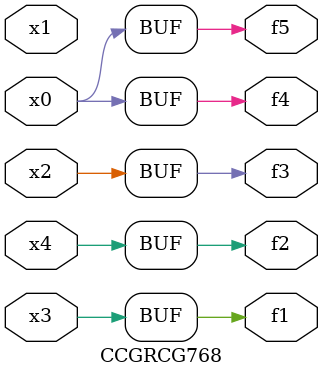
<source format=v>
module CCGRCG768(
	input x0, x1, x2, x3, x4,
	output f1, f2, f3, f4, f5
);
	assign f1 = x3;
	assign f2 = x4;
	assign f3 = x2;
	assign f4 = x0;
	assign f5 = x0;
endmodule

</source>
